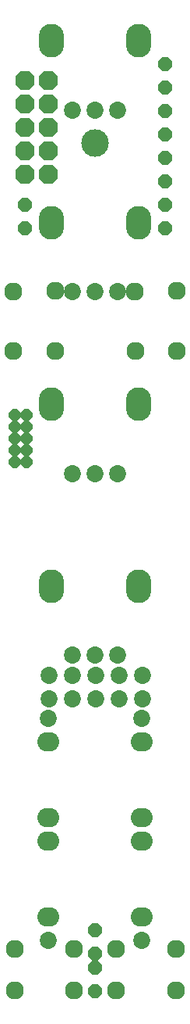
<source format=gbs>
G04 DipTrace 3.3.0.0*
G04 uPeaks_exp04.GBS*
%MOIN*%
G04 #@! TF.FileFunction,Soldermask,Bot*
G04 #@! TF.Part,Single*
%AMOUTLINE1*
4,1,8,
0.010362,-0.025016,
0.025016,-0.010362,
0.025016,0.010362,
0.010362,0.025016,
-0.010362,0.025016,
-0.025016,0.010362,
-0.025016,-0.010362,
-0.010362,-0.025016,
0.010362,-0.025016,
0*%
%AMOUTLINE4*
4,1,8,
-0.016989,0.041016,
-0.041016,0.016989,
-0.041016,-0.016989,
-0.016989,-0.041016,
0.016989,-0.041016,
0.041016,-0.016989,
0.041016,0.016989,
0.016989,0.041016,
-0.016989,0.041016,
0*%
%AMOUTLINE7*
4,1,8,
-0.012432,-0.030016,
-0.030016,-0.012432,
-0.030016,0.012432,
-0.012432,0.030016,
0.012432,0.030016,
0.030016,0.012432,
0.030016,-0.012432,
0.012432,-0.030016,
-0.012432,-0.030016,
0*%
%AMOUTLINE10*
4,1,8,
0.012432,0.030016,
0.030016,0.012432,
0.030016,-0.012432,
0.012432,-0.030016,
-0.012432,-0.030016,
-0.030016,-0.012432,
-0.030016,0.012432,
-0.012432,0.030016,
0.012432,0.030016,
0*%
%ADD47C,0.11811*%
%ADD60C,0.077031*%
%ADD62O,0.108031X0.143031*%
%ADD70C,0.073031*%
%ADD72O,0.093031X0.083031*%
%ADD74C,0.072992*%
%ADD101OUTLINE1*%
%ADD104OUTLINE4*%
%ADD107OUTLINE7*%
%ADD110OUTLINE10*%
%FSLAX26Y26*%
G04*
G70*
G90*
G75*
G01*
G04 BotMask*
%LPD*%
D74*
X692904Y1788618D3*
X592904Y1688618D3*
Y1788618D3*
X692904Y1688618D3*
X792904D3*
Y1788618D3*
X892904Y1688618D3*
Y1788618D3*
X992904Y1688618D3*
Y1788618D3*
D72*
X991163Y1506200D3*
Y1181200D3*
D70*
Y1606200D3*
D72*
X591163Y1506200D3*
Y1181200D3*
D70*
Y1606200D3*
D72*
X991163Y757200D3*
Y1082200D3*
D70*
Y657200D3*
D72*
X591163Y757200D3*
Y1082200D3*
D70*
Y657200D3*
D101*
X447627Y2897224D3*
X497626D3*
X447627Y2847224D3*
X497626D3*
X447627Y2797224D3*
X497626D3*
X447627Y2747224D3*
X497626D3*
X447627Y2697224D3*
X497626D3*
D104*
X589848Y3925650D3*
X489848D3*
X589848Y4025650D3*
X489848D3*
X589848Y4125650D3*
X489848D3*
X589848Y4225650D3*
X489848D3*
X589848Y4325650D3*
X489848D3*
D107*
X491163Y3794199D3*
Y3694199D3*
X1091163Y4394199D3*
Y4294199D3*
Y4194199D3*
Y4094199D3*
Y3994199D3*
Y3894199D3*
Y3794199D3*
Y3694199D3*
D110*
X791163Y442058D3*
Y542058D3*
Y602860D3*
Y702860D3*
D70*
X889163Y4199200D3*
X791163Y4198924D3*
X693163Y4199200D3*
D62*
X604163Y4494200D3*
X978163D3*
D70*
X889163Y3424200D3*
X791163Y3423924D3*
X693163Y3424200D3*
D62*
X604163Y3719200D3*
X978163D3*
D70*
X889163Y2649200D3*
X791163Y2648924D3*
X693163Y2649200D3*
D62*
X604163Y2944200D3*
X978163D3*
D70*
X889163Y1874200D3*
X791163Y1873924D3*
X693163Y1874200D3*
D62*
X604163Y2169200D3*
X978163D3*
D60*
X442290Y3426306D3*
X619457Y3426598D3*
X619878Y3170693D3*
X442295Y3170352D3*
X1140035Y3170673D3*
X962869Y3170381D3*
X962448Y3426286D3*
X1140030Y3426627D3*
X1136424Y622308D3*
X1136717Y445142D3*
X880811Y444721D3*
X880470Y622303D3*
X702095Y621693D3*
X702387Y444526D3*
X446482Y444105D3*
X446140Y621688D3*
D47*
X791163Y4056700D3*
M02*

</source>
